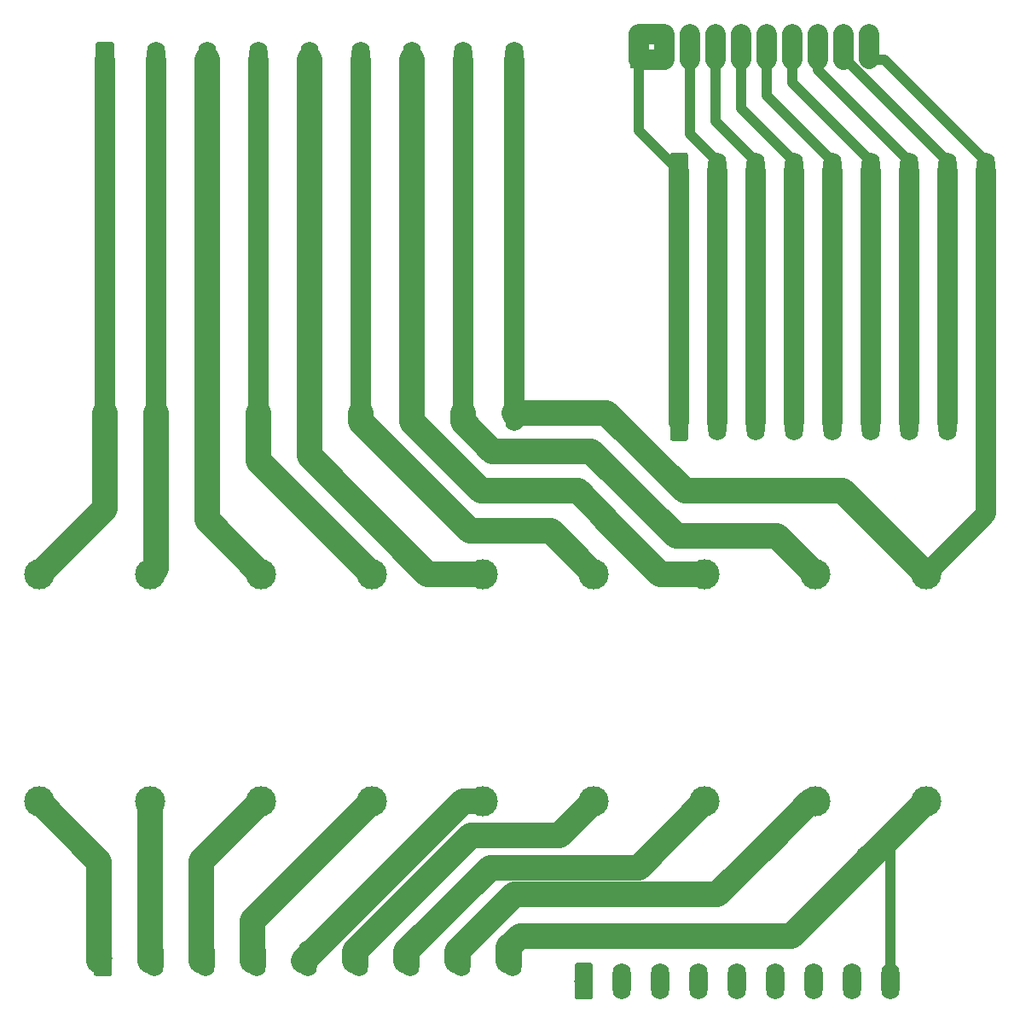
<source format=gbl>
%TF.GenerationSoftware,KiCad,Pcbnew,(5.1.4)-1*%
%TF.CreationDate,2020-03-16T02:32:59+08:00*%
%TF.ProjectId,9p-parallel-fused,39702d70-6172-4616-9c6c-656c2d667573,rev?*%
%TF.SameCoordinates,Original*%
%TF.FileFunction,Copper,L2,Bot*%
%TF.FilePolarity,Positive*%
%FSLAX46Y46*%
G04 Gerber Fmt 4.6, Leading zero omitted, Abs format (unit mm)*
G04 Created by KiCad (PCBNEW (5.1.4)-1) date 2020-03-16 02:32:59*
%MOMM*%
%LPD*%
G04 APERTURE LIST*
%TA.AperFunction,ComponentPad*%
%ADD10O,1.800000X3.600000*%
%TD*%
%TA.AperFunction,Conductor*%
%ADD11C,0.100000*%
%TD*%
%TA.AperFunction,ComponentPad*%
%ADD12C,1.800000*%
%TD*%
%TA.AperFunction,ComponentPad*%
%ADD13O,1.727200X1.727200*%
%TD*%
%TA.AperFunction,ComponentPad*%
%ADD14R,1.727200X1.727200*%
%TD*%
%TA.AperFunction,ComponentPad*%
%ADD15C,3.000000*%
%TD*%
%TA.AperFunction,Conductor*%
%ADD16C,2.500000*%
%TD*%
%TA.AperFunction,Conductor*%
%ADD17C,2.000000*%
%TD*%
%TA.AperFunction,Conductor*%
%ADD18C,1.000000*%
%TD*%
G04 APERTURE END LIST*
D10*
%TO.P,J5,9*%
%TO.N,9*%
X75640000Y-66000000D03*
%TO.P,J5,8*%
%TO.N,8*%
X70560000Y-66000000D03*
%TO.P,J5,7*%
%TO.N,7*%
X65480000Y-66000000D03*
%TO.P,J5,6*%
%TO.N,6*%
X60400000Y-66000000D03*
%TO.P,J5,5*%
%TO.N,5*%
X55320000Y-66000000D03*
%TO.P,J5,4*%
%TO.N,4*%
X50240000Y-66000000D03*
%TO.P,J5,3*%
%TO.N,3*%
X45160000Y-66000000D03*
%TO.P,J5,2*%
%TO.N,2*%
X40080000Y-66000000D03*
D11*
%TD*%
%TO.N,1*%
%TO.C,J5*%
G36*
X35674324Y-64201205D02*
G01*
X35698612Y-64204808D01*
X35722429Y-64210774D01*
X35745547Y-64219045D01*
X35767743Y-64229543D01*
X35788804Y-64242166D01*
X35808525Y-64256793D01*
X35826718Y-64273282D01*
X35843207Y-64291475D01*
X35857834Y-64311196D01*
X35870457Y-64332257D01*
X35880955Y-64354453D01*
X35889226Y-64377571D01*
X35895192Y-64401388D01*
X35898795Y-64425676D01*
X35900000Y-64450200D01*
X35900000Y-67549800D01*
X35898795Y-67574324D01*
X35895192Y-67598612D01*
X35889226Y-67622429D01*
X35880955Y-67645547D01*
X35870457Y-67667743D01*
X35857834Y-67688804D01*
X35843207Y-67708525D01*
X35826718Y-67726718D01*
X35808525Y-67743207D01*
X35788804Y-67757834D01*
X35767743Y-67770457D01*
X35745547Y-67780955D01*
X35722429Y-67789226D01*
X35698612Y-67795192D01*
X35674324Y-67798795D01*
X35649800Y-67800000D01*
X34350200Y-67800000D01*
X34325676Y-67798795D01*
X34301388Y-67795192D01*
X34277571Y-67789226D01*
X34254453Y-67780955D01*
X34232257Y-67770457D01*
X34211196Y-67757834D01*
X34191475Y-67743207D01*
X34173282Y-67726718D01*
X34156793Y-67708525D01*
X34142166Y-67688804D01*
X34129543Y-67667743D01*
X34119045Y-67645547D01*
X34110774Y-67622429D01*
X34104808Y-67598612D01*
X34101205Y-67574324D01*
X34100000Y-67549800D01*
X34100000Y-64450200D01*
X34101205Y-64425676D01*
X34104808Y-64401388D01*
X34110774Y-64377571D01*
X34119045Y-64354453D01*
X34129543Y-64332257D01*
X34142166Y-64311196D01*
X34156793Y-64291475D01*
X34173282Y-64273282D01*
X34191475Y-64256793D01*
X34211196Y-64242166D01*
X34232257Y-64229543D01*
X34254453Y-64219045D01*
X34277571Y-64210774D01*
X34301388Y-64204808D01*
X34325676Y-64201205D01*
X34350200Y-64200000D01*
X35649800Y-64200000D01*
X35674324Y-64201205D01*
X35674324Y-64201205D01*
G37*
D12*
%TO.P,J5,1*%
%TO.N,1*%
X35000000Y-66000000D03*
%TD*%
D10*
%TO.P,J4,9*%
%TO.N,9*%
X75640000Y-83000000D03*
%TO.P,J4,8*%
%TO.N,8*%
X70560000Y-83000000D03*
%TO.P,J4,7*%
%TO.N,7*%
X65480000Y-83000000D03*
%TO.P,J4,6*%
%TO.N,6*%
X60400000Y-83000000D03*
%TO.P,J4,5*%
%TO.N,5*%
X55320000Y-83000000D03*
%TO.P,J4,4*%
%TO.N,4*%
X50240000Y-83000000D03*
%TO.P,J4,3*%
%TO.N,3*%
X45160000Y-83000000D03*
%TO.P,J4,2*%
%TO.N,2*%
X40080000Y-83000000D03*
D11*
%TD*%
%TO.N,1*%
%TO.C,J4*%
G36*
X35674324Y-81201205D02*
G01*
X35698612Y-81204808D01*
X35722429Y-81210774D01*
X35745547Y-81219045D01*
X35767743Y-81229543D01*
X35788804Y-81242166D01*
X35808525Y-81256793D01*
X35826718Y-81273282D01*
X35843207Y-81291475D01*
X35857834Y-81311196D01*
X35870457Y-81332257D01*
X35880955Y-81354453D01*
X35889226Y-81377571D01*
X35895192Y-81401388D01*
X35898795Y-81425676D01*
X35900000Y-81450200D01*
X35900000Y-84549800D01*
X35898795Y-84574324D01*
X35895192Y-84598612D01*
X35889226Y-84622429D01*
X35880955Y-84645547D01*
X35870457Y-84667743D01*
X35857834Y-84688804D01*
X35843207Y-84708525D01*
X35826718Y-84726718D01*
X35808525Y-84743207D01*
X35788804Y-84757834D01*
X35767743Y-84770457D01*
X35745547Y-84780955D01*
X35722429Y-84789226D01*
X35698612Y-84795192D01*
X35674324Y-84798795D01*
X35649800Y-84800000D01*
X34350200Y-84800000D01*
X34325676Y-84798795D01*
X34301388Y-84795192D01*
X34277571Y-84789226D01*
X34254453Y-84780955D01*
X34232257Y-84770457D01*
X34211196Y-84757834D01*
X34191475Y-84743207D01*
X34173282Y-84726718D01*
X34156793Y-84708525D01*
X34142166Y-84688804D01*
X34129543Y-84667743D01*
X34119045Y-84645547D01*
X34110774Y-84622429D01*
X34104808Y-84598612D01*
X34101205Y-84574324D01*
X34100000Y-84549800D01*
X34100000Y-81450200D01*
X34101205Y-81425676D01*
X34104808Y-81401388D01*
X34110774Y-81377571D01*
X34119045Y-81354453D01*
X34129543Y-81332257D01*
X34142166Y-81311196D01*
X34156793Y-81291475D01*
X34173282Y-81273282D01*
X34191475Y-81256793D01*
X34211196Y-81242166D01*
X34232257Y-81229543D01*
X34254453Y-81219045D01*
X34277571Y-81210774D01*
X34301388Y-81204808D01*
X34325676Y-81201205D01*
X34350200Y-81200000D01*
X35649800Y-81200000D01*
X35674324Y-81201205D01*
X35674324Y-81201205D01*
G37*
D12*
%TO.P,J4,1*%
%TO.N,1*%
X35000000Y-83000000D03*
%TD*%
D10*
%TO.P,J3,9*%
%TO.N,9*%
X75640000Y-48000000D03*
%TO.P,J3,8*%
%TO.N,8*%
X70560000Y-48000000D03*
%TO.P,J3,7*%
%TO.N,7*%
X65480000Y-48000000D03*
%TO.P,J3,6*%
%TO.N,6*%
X60400000Y-48000000D03*
%TO.P,J3,5*%
%TO.N,5*%
X55320000Y-48000000D03*
%TO.P,J3,4*%
%TO.N,4*%
X50240000Y-48000000D03*
%TO.P,J3,3*%
%TO.N,3*%
X45160000Y-48000000D03*
%TO.P,J3,2*%
%TO.N,2*%
X40080000Y-48000000D03*
D11*
%TD*%
%TO.N,1*%
%TO.C,J3*%
G36*
X35674324Y-46201205D02*
G01*
X35698612Y-46204808D01*
X35722429Y-46210774D01*
X35745547Y-46219045D01*
X35767743Y-46229543D01*
X35788804Y-46242166D01*
X35808525Y-46256793D01*
X35826718Y-46273282D01*
X35843207Y-46291475D01*
X35857834Y-46311196D01*
X35870457Y-46332257D01*
X35880955Y-46354453D01*
X35889226Y-46377571D01*
X35895192Y-46401388D01*
X35898795Y-46425676D01*
X35900000Y-46450200D01*
X35900000Y-49549800D01*
X35898795Y-49574324D01*
X35895192Y-49598612D01*
X35889226Y-49622429D01*
X35880955Y-49645547D01*
X35870457Y-49667743D01*
X35857834Y-49688804D01*
X35843207Y-49708525D01*
X35826718Y-49726718D01*
X35808525Y-49743207D01*
X35788804Y-49757834D01*
X35767743Y-49770457D01*
X35745547Y-49780955D01*
X35722429Y-49789226D01*
X35698612Y-49795192D01*
X35674324Y-49798795D01*
X35649800Y-49800000D01*
X34350200Y-49800000D01*
X34325676Y-49798795D01*
X34301388Y-49795192D01*
X34277571Y-49789226D01*
X34254453Y-49780955D01*
X34232257Y-49770457D01*
X34211196Y-49757834D01*
X34191475Y-49743207D01*
X34173282Y-49726718D01*
X34156793Y-49708525D01*
X34142166Y-49688804D01*
X34129543Y-49667743D01*
X34119045Y-49645547D01*
X34110774Y-49622429D01*
X34104808Y-49598612D01*
X34101205Y-49574324D01*
X34100000Y-49549800D01*
X34100000Y-46450200D01*
X34101205Y-46425676D01*
X34104808Y-46401388D01*
X34110774Y-46377571D01*
X34119045Y-46354453D01*
X34129543Y-46332257D01*
X34142166Y-46311196D01*
X34156793Y-46291475D01*
X34173282Y-46273282D01*
X34191475Y-46256793D01*
X34211196Y-46242166D01*
X34232257Y-46229543D01*
X34254453Y-46219045D01*
X34277571Y-46210774D01*
X34301388Y-46204808D01*
X34325676Y-46201205D01*
X34350200Y-46200000D01*
X35649800Y-46200000D01*
X35674324Y-46201205D01*
X35674324Y-46201205D01*
G37*
D12*
%TO.P,J3,1*%
%TO.N,1*%
X35000000Y-48000000D03*
%TD*%
D10*
%TO.P,J1,9*%
%TO.N,9in*%
X75440000Y-137100000D03*
%TO.P,J1,8*%
%TO.N,8in*%
X70360000Y-137100000D03*
%TO.P,J1,7*%
%TO.N,7in*%
X65280000Y-137100000D03*
%TO.P,J1,6*%
%TO.N,6in*%
X60200000Y-137100000D03*
%TO.P,J1,5*%
%TO.N,5in*%
X55120000Y-137100000D03*
%TO.P,J1,4*%
%TO.N,4in*%
X50040000Y-137100000D03*
%TO.P,J1,3*%
%TO.N,3in*%
X44960000Y-137100000D03*
%TO.P,J1,2*%
%TO.N,2in*%
X39880000Y-137100000D03*
D11*
%TD*%
%TO.N,1in*%
%TO.C,J1*%
G36*
X35474324Y-135301205D02*
G01*
X35498612Y-135304808D01*
X35522429Y-135310774D01*
X35545547Y-135319045D01*
X35567743Y-135329543D01*
X35588804Y-135342166D01*
X35608525Y-135356793D01*
X35626718Y-135373282D01*
X35643207Y-135391475D01*
X35657834Y-135411196D01*
X35670457Y-135432257D01*
X35680955Y-135454453D01*
X35689226Y-135477571D01*
X35695192Y-135501388D01*
X35698795Y-135525676D01*
X35700000Y-135550200D01*
X35700000Y-138649800D01*
X35698795Y-138674324D01*
X35695192Y-138698612D01*
X35689226Y-138722429D01*
X35680955Y-138745547D01*
X35670457Y-138767743D01*
X35657834Y-138788804D01*
X35643207Y-138808525D01*
X35626718Y-138826718D01*
X35608525Y-138843207D01*
X35588804Y-138857834D01*
X35567743Y-138870457D01*
X35545547Y-138880955D01*
X35522429Y-138889226D01*
X35498612Y-138895192D01*
X35474324Y-138898795D01*
X35449800Y-138900000D01*
X34150200Y-138900000D01*
X34125676Y-138898795D01*
X34101388Y-138895192D01*
X34077571Y-138889226D01*
X34054453Y-138880955D01*
X34032257Y-138870457D01*
X34011196Y-138857834D01*
X33991475Y-138843207D01*
X33973282Y-138826718D01*
X33956793Y-138808525D01*
X33942166Y-138788804D01*
X33929543Y-138767743D01*
X33919045Y-138745547D01*
X33910774Y-138722429D01*
X33904808Y-138698612D01*
X33901205Y-138674324D01*
X33900000Y-138649800D01*
X33900000Y-135550200D01*
X33901205Y-135525676D01*
X33904808Y-135501388D01*
X33910774Y-135477571D01*
X33919045Y-135454453D01*
X33929543Y-135432257D01*
X33942166Y-135411196D01*
X33956793Y-135391475D01*
X33973282Y-135373282D01*
X33991475Y-135356793D01*
X34011196Y-135342166D01*
X34032257Y-135329543D01*
X34054453Y-135319045D01*
X34077571Y-135310774D01*
X34101388Y-135304808D01*
X34125676Y-135301205D01*
X34150200Y-135300000D01*
X35449800Y-135300000D01*
X35474324Y-135301205D01*
X35474324Y-135301205D01*
G37*
D12*
%TO.P,J1,1*%
%TO.N,1in*%
X34800000Y-137100000D03*
%TD*%
D10*
%TO.P,J2,9*%
%TO.N,9in*%
X113020000Y-139390000D03*
%TO.P,J2,8*%
%TO.N,8in*%
X109210000Y-139390000D03*
%TO.P,J2,7*%
%TO.N,7in*%
X105400000Y-139390000D03*
%TO.P,J2,6*%
%TO.N,6in*%
X101590000Y-139390000D03*
%TO.P,J2,5*%
%TO.N,5in*%
X97780000Y-139390000D03*
%TO.P,J2,4*%
%TO.N,4in*%
X93970000Y-139390000D03*
%TO.P,J2,3*%
%TO.N,3in*%
X90160000Y-139390000D03*
%TO.P,J2,2*%
%TO.N,2in*%
X86350000Y-139390000D03*
D11*
%TD*%
%TO.N,1in*%
%TO.C,J2*%
G36*
X83214504Y-137591204D02*
G01*
X83238773Y-137594804D01*
X83262571Y-137600765D01*
X83285671Y-137609030D01*
X83307849Y-137619520D01*
X83328893Y-137632133D01*
X83348598Y-137646747D01*
X83366777Y-137663223D01*
X83383253Y-137681402D01*
X83397867Y-137701107D01*
X83410480Y-137722151D01*
X83420970Y-137744329D01*
X83429235Y-137767429D01*
X83435196Y-137791227D01*
X83438796Y-137815496D01*
X83440000Y-137840000D01*
X83440000Y-140940000D01*
X83438796Y-140964504D01*
X83435196Y-140988773D01*
X83429235Y-141012571D01*
X83420970Y-141035671D01*
X83410480Y-141057849D01*
X83397867Y-141078893D01*
X83383253Y-141098598D01*
X83366777Y-141116777D01*
X83348598Y-141133253D01*
X83328893Y-141147867D01*
X83307849Y-141160480D01*
X83285671Y-141170970D01*
X83262571Y-141179235D01*
X83238773Y-141185196D01*
X83214504Y-141188796D01*
X83190000Y-141190000D01*
X81890000Y-141190000D01*
X81865496Y-141188796D01*
X81841227Y-141185196D01*
X81817429Y-141179235D01*
X81794329Y-141170970D01*
X81772151Y-141160480D01*
X81751107Y-141147867D01*
X81731402Y-141133253D01*
X81713223Y-141116777D01*
X81696747Y-141098598D01*
X81682133Y-141078893D01*
X81669520Y-141057849D01*
X81659030Y-141035671D01*
X81650765Y-141012571D01*
X81644804Y-140988773D01*
X81641204Y-140964504D01*
X81640000Y-140940000D01*
X81640000Y-137840000D01*
X81641204Y-137815496D01*
X81644804Y-137791227D01*
X81650765Y-137767429D01*
X81659030Y-137744329D01*
X81669520Y-137722151D01*
X81682133Y-137701107D01*
X81696747Y-137681402D01*
X81713223Y-137663223D01*
X81731402Y-137646747D01*
X81751107Y-137632133D01*
X81772151Y-137619520D01*
X81794329Y-137609030D01*
X81817429Y-137600765D01*
X81841227Y-137594804D01*
X81865496Y-137591204D01*
X81890000Y-137590000D01*
X83190000Y-137590000D01*
X83214504Y-137591204D01*
X83214504Y-137591204D01*
G37*
D12*
%TO.P,J2,1*%
%TO.N,1in*%
X82540000Y-139390000D03*
%TD*%
D13*
%TO.P,J10,20*%
%TO.N,9*%
X110860000Y-45460000D03*
%TO.P,J10,19*%
X110860000Y-48000000D03*
%TO.P,J10,18*%
%TO.N,8*%
X108320000Y-45460000D03*
%TO.P,J10,17*%
X108320000Y-48000000D03*
%TO.P,J10,16*%
%TO.N,7*%
X105780000Y-45460000D03*
%TO.P,J10,15*%
X105780000Y-48000000D03*
%TO.P,J10,14*%
%TO.N,6*%
X103240000Y-45460000D03*
%TO.P,J10,13*%
X103240000Y-48000000D03*
%TO.P,J10,12*%
%TO.N,5*%
X100700000Y-45460000D03*
%TO.P,J10,11*%
X100700000Y-48000000D03*
%TO.P,J10,10*%
%TO.N,4*%
X98160000Y-45460000D03*
%TO.P,J10,9*%
X98160000Y-48000000D03*
%TO.P,J10,8*%
%TO.N,3*%
X95620000Y-45460000D03*
%TO.P,J10,7*%
X95620000Y-48000000D03*
%TO.P,J10,6*%
%TO.N,2*%
X93080000Y-45460000D03*
%TO.P,J10,5*%
X93080000Y-48000000D03*
%TO.P,J10,4*%
%TO.N,1*%
X90540000Y-45460000D03*
%TO.P,J10,3*%
X90540000Y-48000000D03*
%TO.P,J10,2*%
X88000000Y-45460000D03*
D14*
%TO.P,J10,1*%
X88000000Y-48000000D03*
%TD*%
D10*
%TO.P,J9,9*%
%TO.N,9*%
X122480000Y-84000000D03*
%TO.P,J9,8*%
%TO.N,8*%
X118670000Y-84000000D03*
%TO.P,J9,7*%
%TO.N,7*%
X114860000Y-84000000D03*
%TO.P,J9,6*%
%TO.N,6*%
X111050000Y-84000000D03*
%TO.P,J9,5*%
%TO.N,5*%
X107240000Y-84000000D03*
%TO.P,J9,4*%
%TO.N,4*%
X103430000Y-84000000D03*
%TO.P,J9,3*%
%TO.N,3*%
X99620000Y-84000000D03*
%TO.P,J9,2*%
%TO.N,2*%
X95810000Y-84000000D03*
D11*
%TD*%
%TO.N,1*%
%TO.C,J9*%
G36*
X92674504Y-82201204D02*
G01*
X92698773Y-82204804D01*
X92722571Y-82210765D01*
X92745671Y-82219030D01*
X92767849Y-82229520D01*
X92788893Y-82242133D01*
X92808598Y-82256747D01*
X92826777Y-82273223D01*
X92843253Y-82291402D01*
X92857867Y-82311107D01*
X92870480Y-82332151D01*
X92880970Y-82354329D01*
X92889235Y-82377429D01*
X92895196Y-82401227D01*
X92898796Y-82425496D01*
X92900000Y-82450000D01*
X92900000Y-85550000D01*
X92898796Y-85574504D01*
X92895196Y-85598773D01*
X92889235Y-85622571D01*
X92880970Y-85645671D01*
X92870480Y-85667849D01*
X92857867Y-85688893D01*
X92843253Y-85708598D01*
X92826777Y-85726777D01*
X92808598Y-85743253D01*
X92788893Y-85757867D01*
X92767849Y-85770480D01*
X92745671Y-85780970D01*
X92722571Y-85789235D01*
X92698773Y-85795196D01*
X92674504Y-85798796D01*
X92650000Y-85800000D01*
X91350000Y-85800000D01*
X91325496Y-85798796D01*
X91301227Y-85795196D01*
X91277429Y-85789235D01*
X91254329Y-85780970D01*
X91232151Y-85770480D01*
X91211107Y-85757867D01*
X91191402Y-85743253D01*
X91173223Y-85726777D01*
X91156747Y-85708598D01*
X91142133Y-85688893D01*
X91129520Y-85667849D01*
X91119030Y-85645671D01*
X91110765Y-85622571D01*
X91104804Y-85598773D01*
X91101204Y-85574504D01*
X91100000Y-85550000D01*
X91100000Y-82450000D01*
X91101204Y-82425496D01*
X91104804Y-82401227D01*
X91110765Y-82377429D01*
X91119030Y-82354329D01*
X91129520Y-82332151D01*
X91142133Y-82311107D01*
X91156747Y-82291402D01*
X91173223Y-82273223D01*
X91191402Y-82256747D01*
X91211107Y-82242133D01*
X91232151Y-82229520D01*
X91254329Y-82219030D01*
X91277429Y-82210765D01*
X91301227Y-82204804D01*
X91325496Y-82201204D01*
X91350000Y-82200000D01*
X92650000Y-82200000D01*
X92674504Y-82201204D01*
X92674504Y-82201204D01*
G37*
D12*
%TO.P,J9,1*%
%TO.N,1*%
X92000000Y-84000000D03*
%TD*%
D10*
%TO.P,J8,9*%
%TO.N,9*%
X122480000Y-72000000D03*
%TO.P,J8,8*%
%TO.N,8*%
X118670000Y-72000000D03*
%TO.P,J8,7*%
%TO.N,7*%
X114860000Y-72000000D03*
%TO.P,J8,6*%
%TO.N,6*%
X111050000Y-72000000D03*
%TO.P,J8,5*%
%TO.N,5*%
X107240000Y-72000000D03*
%TO.P,J8,4*%
%TO.N,4*%
X103430000Y-72000000D03*
%TO.P,J8,3*%
%TO.N,3*%
X99620000Y-72000000D03*
%TO.P,J8,2*%
%TO.N,2*%
X95810000Y-72000000D03*
D11*
%TD*%
%TO.N,1*%
%TO.C,J8*%
G36*
X92674504Y-70201204D02*
G01*
X92698773Y-70204804D01*
X92722571Y-70210765D01*
X92745671Y-70219030D01*
X92767849Y-70229520D01*
X92788893Y-70242133D01*
X92808598Y-70256747D01*
X92826777Y-70273223D01*
X92843253Y-70291402D01*
X92857867Y-70311107D01*
X92870480Y-70332151D01*
X92880970Y-70354329D01*
X92889235Y-70377429D01*
X92895196Y-70401227D01*
X92898796Y-70425496D01*
X92900000Y-70450000D01*
X92900000Y-73550000D01*
X92898796Y-73574504D01*
X92895196Y-73598773D01*
X92889235Y-73622571D01*
X92880970Y-73645671D01*
X92870480Y-73667849D01*
X92857867Y-73688893D01*
X92843253Y-73708598D01*
X92826777Y-73726777D01*
X92808598Y-73743253D01*
X92788893Y-73757867D01*
X92767849Y-73770480D01*
X92745671Y-73780970D01*
X92722571Y-73789235D01*
X92698773Y-73795196D01*
X92674504Y-73798796D01*
X92650000Y-73800000D01*
X91350000Y-73800000D01*
X91325496Y-73798796D01*
X91301227Y-73795196D01*
X91277429Y-73789235D01*
X91254329Y-73780970D01*
X91232151Y-73770480D01*
X91211107Y-73757867D01*
X91191402Y-73743253D01*
X91173223Y-73726777D01*
X91156747Y-73708598D01*
X91142133Y-73688893D01*
X91129520Y-73667849D01*
X91119030Y-73645671D01*
X91110765Y-73622571D01*
X91104804Y-73598773D01*
X91101204Y-73574504D01*
X91100000Y-73550000D01*
X91100000Y-70450000D01*
X91101204Y-70425496D01*
X91104804Y-70401227D01*
X91110765Y-70377429D01*
X91119030Y-70354329D01*
X91129520Y-70332151D01*
X91142133Y-70311107D01*
X91156747Y-70291402D01*
X91173223Y-70273223D01*
X91191402Y-70256747D01*
X91211107Y-70242133D01*
X91232151Y-70229520D01*
X91254329Y-70219030D01*
X91277429Y-70210765D01*
X91301227Y-70204804D01*
X91325496Y-70201204D01*
X91350000Y-70200000D01*
X92650000Y-70200000D01*
X92674504Y-70201204D01*
X92674504Y-70201204D01*
G37*
D12*
%TO.P,J8,1*%
%TO.N,1*%
X92000000Y-72000000D03*
%TD*%
D10*
%TO.P,J6,9*%
%TO.N,9*%
X122480000Y-59000000D03*
%TO.P,J6,8*%
%TO.N,8*%
X118670000Y-59000000D03*
%TO.P,J6,7*%
%TO.N,7*%
X114860000Y-59000000D03*
%TO.P,J6,6*%
%TO.N,6*%
X111050000Y-59000000D03*
%TO.P,J6,5*%
%TO.N,5*%
X107240000Y-59000000D03*
%TO.P,J6,4*%
%TO.N,4*%
X103430000Y-59000000D03*
%TO.P,J6,3*%
%TO.N,3*%
X99620000Y-59000000D03*
%TO.P,J6,2*%
%TO.N,2*%
X95810000Y-59000000D03*
D11*
%TD*%
%TO.N,1*%
%TO.C,J6*%
G36*
X92674504Y-57201204D02*
G01*
X92698773Y-57204804D01*
X92722571Y-57210765D01*
X92745671Y-57219030D01*
X92767849Y-57229520D01*
X92788893Y-57242133D01*
X92808598Y-57256747D01*
X92826777Y-57273223D01*
X92843253Y-57291402D01*
X92857867Y-57311107D01*
X92870480Y-57332151D01*
X92880970Y-57354329D01*
X92889235Y-57377429D01*
X92895196Y-57401227D01*
X92898796Y-57425496D01*
X92900000Y-57450000D01*
X92900000Y-60550000D01*
X92898796Y-60574504D01*
X92895196Y-60598773D01*
X92889235Y-60622571D01*
X92880970Y-60645671D01*
X92870480Y-60667849D01*
X92857867Y-60688893D01*
X92843253Y-60708598D01*
X92826777Y-60726777D01*
X92808598Y-60743253D01*
X92788893Y-60757867D01*
X92767849Y-60770480D01*
X92745671Y-60780970D01*
X92722571Y-60789235D01*
X92698773Y-60795196D01*
X92674504Y-60798796D01*
X92650000Y-60800000D01*
X91350000Y-60800000D01*
X91325496Y-60798796D01*
X91301227Y-60795196D01*
X91277429Y-60789235D01*
X91254329Y-60780970D01*
X91232151Y-60770480D01*
X91211107Y-60757867D01*
X91191402Y-60743253D01*
X91173223Y-60726777D01*
X91156747Y-60708598D01*
X91142133Y-60688893D01*
X91129520Y-60667849D01*
X91119030Y-60645671D01*
X91110765Y-60622571D01*
X91104804Y-60598773D01*
X91101204Y-60574504D01*
X91100000Y-60550000D01*
X91100000Y-57450000D01*
X91101204Y-57425496D01*
X91104804Y-57401227D01*
X91110765Y-57377429D01*
X91119030Y-57354329D01*
X91129520Y-57332151D01*
X91142133Y-57311107D01*
X91156747Y-57291402D01*
X91173223Y-57273223D01*
X91191402Y-57256747D01*
X91211107Y-57242133D01*
X91232151Y-57229520D01*
X91254329Y-57219030D01*
X91277429Y-57210765D01*
X91301227Y-57204804D01*
X91325496Y-57201204D01*
X91350000Y-57200000D01*
X92650000Y-57200000D01*
X92674504Y-57201204D01*
X92674504Y-57201204D01*
G37*
D12*
%TO.P,J6,1*%
%TO.N,1*%
X92000000Y-59000000D03*
%TD*%
D15*
%TO.P,F9,2*%
%TO.N,9in*%
X116500000Y-121600000D03*
%TO.P,F9,1*%
%TO.N,9*%
X116500000Y-99000000D03*
%TD*%
%TO.P,F8,2*%
%TO.N,8in*%
X105500000Y-121600000D03*
%TO.P,F8,1*%
%TO.N,8*%
X105500000Y-99000000D03*
%TD*%
%TO.P,F7,2*%
%TO.N,7in*%
X94500000Y-121600000D03*
%TO.P,F7,1*%
%TO.N,7*%
X94500000Y-99000000D03*
%TD*%
%TO.P,F6,2*%
%TO.N,6in*%
X83500000Y-121600000D03*
%TO.P,F6,1*%
%TO.N,6*%
X83500000Y-99000000D03*
%TD*%
%TO.P,F5,2*%
%TO.N,5in*%
X72500000Y-121600000D03*
%TO.P,F5,1*%
%TO.N,5*%
X72500000Y-99000000D03*
%TD*%
%TO.P,F4,2*%
%TO.N,4in*%
X61500000Y-121600000D03*
%TO.P,F4,1*%
%TO.N,4*%
X61500000Y-99000000D03*
%TD*%
%TO.P,F3,2*%
%TO.N,3in*%
X50500000Y-121600000D03*
%TO.P,F3,1*%
%TO.N,3*%
X50500000Y-99000000D03*
%TD*%
%TO.P,F2,2*%
%TO.N,2in*%
X39500000Y-121600000D03*
%TO.P,F2,1*%
%TO.N,2*%
X39500000Y-99000000D03*
%TD*%
%TO.P,F1,2*%
%TO.N,1in*%
X28500000Y-121600000D03*
%TO.P,F1,1*%
%TO.N,1*%
X28500000Y-99000000D03*
%TD*%
D16*
%TO.N,1in*%
X34440000Y-127540000D02*
X34440000Y-137370000D01*
X33850000Y-126950000D02*
X34440000Y-127540000D01*
X33850000Y-126950000D02*
X28500000Y-121600000D01*
%TO.N,2in*%
X39500000Y-128480000D02*
X39500000Y-121600000D01*
X39520000Y-128500000D02*
X39500000Y-128480000D01*
X39520000Y-128500000D02*
X39520000Y-137370000D01*
%TO.N,3in*%
X44600000Y-127500000D02*
X50500000Y-121600000D01*
X44600000Y-137370000D02*
X44600000Y-127500000D01*
%TO.N,4in*%
X49680000Y-133420000D02*
X61500000Y-121600000D01*
X49680000Y-137370000D02*
X49680000Y-133420000D01*
%TO.N,5in*%
X70530000Y-121600000D02*
X72500000Y-121600000D01*
X54760000Y-137370000D02*
X70530000Y-121600000D01*
%TO.N,6in*%
X59840000Y-136470000D02*
X59840000Y-137370000D01*
X71335805Y-124974195D02*
X59840000Y-136470000D01*
X80125805Y-124974195D02*
X71335805Y-124974195D01*
X83500000Y-121600000D02*
X80125805Y-124974195D01*
%TO.N,7in*%
X64920000Y-136470000D02*
X64920000Y-137370000D01*
X73260805Y-128129195D02*
X64920000Y-136470000D01*
X87970805Y-128129195D02*
X73260805Y-128129195D01*
X94500000Y-121600000D02*
X87970805Y-128129195D01*
%TO.N,8in*%
X105060000Y-121600000D02*
X105500000Y-121600000D01*
X70000000Y-136470000D02*
X70000000Y-137370000D01*
X75640795Y-130829205D02*
X70000000Y-136470000D01*
X95830795Y-130829205D02*
X75640795Y-130829205D01*
X96335000Y-130325000D02*
X95830795Y-130829205D01*
X96335000Y-130325000D02*
X101125000Y-125535000D01*
X101125000Y-125535000D02*
X105060000Y-121600000D01*
D17*
%TO.N,9in*%
X113020000Y-125080000D02*
X116500000Y-121600000D01*
D18*
X113020000Y-139390000D02*
X113020000Y-125080000D01*
D16*
X75080000Y-136050000D02*
X75080000Y-137370000D01*
X110980000Y-127120000D02*
X110760000Y-127120000D01*
X110980000Y-127120000D02*
X104570785Y-133529215D01*
X116500000Y-121600000D02*
X110980000Y-127120000D01*
X103170000Y-134930000D02*
X104570785Y-133529215D01*
X76200000Y-134930000D02*
X103170000Y-134930000D01*
X76200000Y-134930000D02*
X75080000Y-136050000D01*
%TO.N,1*%
X35000000Y-92500000D02*
X28500000Y-99000000D01*
X35000000Y-83000000D02*
X35000000Y-92500000D01*
D17*
X92000000Y-84000000D02*
X92000000Y-72000000D01*
X35000000Y-83000000D02*
X35000000Y-66000000D01*
X35000000Y-66000000D02*
X35000000Y-48000000D01*
X92000000Y-59000000D02*
X92000000Y-72000000D01*
X88000000Y-45460000D02*
X88000000Y-48000000D01*
X90540000Y-48000000D02*
X88000000Y-48000000D01*
X90540000Y-48000000D02*
X90540000Y-45460000D01*
X90540000Y-45460000D02*
X88000000Y-45460000D01*
D18*
X88000000Y-55000000D02*
X92000000Y-59000000D01*
X88000000Y-48000000D02*
X88000000Y-55000000D01*
D16*
%TO.N,2*%
X40080000Y-98420000D02*
X39500000Y-99000000D01*
X40080000Y-83000000D02*
X40080000Y-98420000D01*
D17*
X95810000Y-72000000D02*
X95810000Y-84000000D01*
X95810000Y-72000000D02*
X95810000Y-59000000D01*
X40080000Y-48000000D02*
X40080000Y-66000000D01*
X40080000Y-66000000D02*
X40080000Y-83000000D01*
X93080000Y-45460000D02*
X93080000Y-48000000D01*
D18*
X93080000Y-49221314D02*
X93080000Y-48000000D01*
X93080000Y-55370000D02*
X93080000Y-49221314D01*
X95810000Y-58100000D02*
X93080000Y-55370000D01*
X95810000Y-59000000D02*
X95810000Y-58100000D01*
D16*
%TO.N,3*%
X45160000Y-93660000D02*
X50500000Y-99000000D01*
X45160000Y-83000000D02*
X45160000Y-93660000D01*
D17*
X99620000Y-72000000D02*
X99620000Y-84000000D01*
X99620000Y-72000000D02*
X99620000Y-59000000D01*
D16*
X45160000Y-83000000D02*
X45160000Y-66000000D01*
X45160000Y-66000000D02*
X45160000Y-48000000D01*
D17*
X95620000Y-45460000D02*
X95620000Y-48000000D01*
D18*
X95620000Y-49221314D02*
X95620000Y-48000000D01*
X95620000Y-54100000D02*
X95620000Y-49221314D01*
X99620000Y-58100000D02*
X95620000Y-54100000D01*
X99620000Y-59000000D02*
X99620000Y-58100000D01*
D17*
%TO.N,4*%
X103430000Y-72000000D02*
X103430000Y-84000000D01*
X103430000Y-72000000D02*
X103430000Y-59000000D01*
X50240000Y-48000000D02*
X50240000Y-66000000D01*
X50240000Y-66000000D02*
X50240000Y-83000000D01*
X98160000Y-45460000D02*
X98160000Y-48000000D01*
D16*
X50240000Y-87740000D02*
X50240000Y-83000000D01*
X61500000Y-99000000D02*
X50240000Y-87740000D01*
D18*
X98160000Y-49221314D02*
X98160000Y-48000000D01*
X98160000Y-52830000D02*
X98160000Y-49221314D01*
X103430000Y-58100000D02*
X98160000Y-52830000D01*
X103430000Y-59000000D02*
X103430000Y-58100000D01*
D16*
%TO.N,5*%
X72500000Y-99000000D02*
X67800000Y-99000000D01*
X67020000Y-99000000D02*
X67800000Y-99000000D01*
X55320000Y-87300000D02*
X67020000Y-99000000D01*
X55320000Y-83000000D02*
X55320000Y-87300000D01*
D17*
X107240000Y-72000000D02*
X107240000Y-84000000D01*
X107240000Y-72000000D02*
X107240000Y-59000000D01*
D16*
X55320000Y-83000000D02*
X55320000Y-66000000D01*
X55320000Y-66000000D02*
X55320000Y-48000000D01*
D17*
X100700000Y-45460000D02*
X100700000Y-48000000D01*
D18*
X100700000Y-49221314D02*
X100700000Y-48000000D01*
X100700000Y-51560000D02*
X100700000Y-49221314D01*
X107240000Y-58100000D02*
X100700000Y-51560000D01*
X107240000Y-59000000D02*
X107240000Y-58100000D01*
D16*
%TO.N,6*%
X60400000Y-83900000D02*
X60400000Y-83000000D01*
X71250000Y-94750000D02*
X60400000Y-83900000D01*
X79250000Y-94750000D02*
X81700000Y-97200000D01*
X71250000Y-94750000D02*
X79250000Y-94750000D01*
X83500000Y-99000000D02*
X81700000Y-97200000D01*
D17*
X111050000Y-72000000D02*
X111050000Y-84000000D01*
X111050000Y-72000000D02*
X111050000Y-59000000D01*
X60400000Y-48000000D02*
X60400000Y-66000000D01*
X60400000Y-66000000D02*
X60400000Y-83000000D01*
X103240000Y-45460000D02*
X103240000Y-48000000D01*
D18*
X103240000Y-49221314D02*
X103240000Y-48000000D01*
X103240000Y-50290000D02*
X103240000Y-49221314D01*
X111050000Y-58100000D02*
X103240000Y-50290000D01*
X111050000Y-59000000D02*
X111050000Y-58100000D01*
D16*
%TO.N,7*%
X90100000Y-99000000D02*
X94500000Y-99000000D01*
X65480000Y-83900000D02*
X72340000Y-90760000D01*
X72340000Y-90760000D02*
X81960000Y-90760000D01*
X65480000Y-83000000D02*
X65480000Y-83900000D01*
X81960000Y-90760000D02*
X84700000Y-93500000D01*
X84700000Y-93500000D02*
X84700000Y-93600000D01*
X84700000Y-93600000D02*
X90100000Y-99000000D01*
D17*
X114860000Y-72000000D02*
X114860000Y-84000000D01*
X114860000Y-72000000D02*
X114860000Y-59000000D01*
D16*
X65480000Y-83000000D02*
X65480000Y-66000000D01*
X65480000Y-66000000D02*
X65480000Y-48000000D01*
D17*
X105780000Y-45460000D02*
X105780000Y-48000000D01*
D18*
X105780000Y-49020000D02*
X105780000Y-48000000D01*
X114860000Y-58100000D02*
X105780000Y-49020000D01*
X114860000Y-59000000D02*
X114860000Y-58100000D01*
D17*
%TO.N,8*%
X118670000Y-72000000D02*
X118670000Y-84000000D01*
X118670000Y-72000000D02*
X118670000Y-59000000D01*
X70560000Y-48000000D02*
X70560000Y-66000000D01*
X70560000Y-66000000D02*
X70560000Y-83000000D01*
X108320000Y-45460000D02*
X108320000Y-48000000D01*
D16*
X70560000Y-83900000D02*
X70560000Y-83000000D01*
X73480000Y-86820000D02*
X70560000Y-83900000D01*
X83280000Y-86820000D02*
X73480000Y-86820000D01*
X91710000Y-95250000D02*
X83280000Y-86820000D01*
X101750000Y-95250000D02*
X91710000Y-95250000D01*
X105500000Y-99000000D02*
X101750000Y-95250000D01*
D18*
X108570000Y-48000000D02*
X108320000Y-48000000D01*
X118670000Y-58100000D02*
X108570000Y-48000000D01*
X118670000Y-59000000D02*
X118670000Y-58100000D01*
D17*
%TO.N,9*%
X122480000Y-59000000D02*
X122480000Y-72000000D01*
X122480000Y-72000000D02*
X122480000Y-84000000D01*
X122480000Y-93020000D02*
X116500000Y-99000000D01*
X122480000Y-84000000D02*
X122480000Y-93020000D01*
X75640000Y-48000000D02*
X75640000Y-66000000D01*
X75640000Y-66000000D02*
X75640000Y-83000000D01*
X110860000Y-47877436D02*
X110860000Y-45460000D01*
D16*
X83600000Y-83000000D02*
X75640000Y-83000000D01*
X84818390Y-83000000D02*
X83600000Y-83000000D01*
X92568400Y-90750010D02*
X84818390Y-83000000D01*
X108250010Y-90750010D02*
X92568400Y-90750010D01*
X116500000Y-99000000D02*
X108250010Y-90750010D01*
D18*
X112081314Y-48000000D02*
X110860000Y-48000000D01*
X112380000Y-48000000D02*
X112081314Y-48000000D01*
X122480000Y-58100000D02*
X112380000Y-48000000D01*
X122480000Y-59000000D02*
X122480000Y-58100000D01*
%TD*%
M02*

</source>
